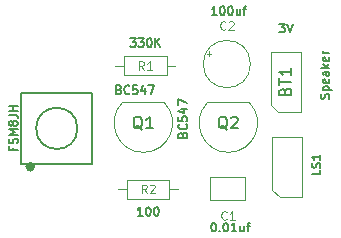
<source format=gbr>
%TF.GenerationSoftware,KiCad,Pcbnew,(5.1.12)-1*%
%TF.CreationDate,2023-08-19T11:40:11+05:30*%
%TF.ProjectId,burglar,62757267-6c61-4722-9e6b-696361645f70,rev?*%
%TF.SameCoordinates,Original*%
%TF.FileFunction,AssemblyDrawing,Top*%
%FSLAX46Y46*%
G04 Gerber Fmt 4.6, Leading zero omitted, Abs format (unit mm)*
G04 Created by KiCad (PCBNEW (5.1.12)-1) date 2023-08-19 11:40:11*
%MOMM*%
%LPD*%
G01*
G04 APERTURE LIST*
%ADD10C,0.400000*%
%ADD11C,0.127000*%
%ADD12C,0.100000*%
%ADD13C,0.150000*%
%ADD14C,0.108000*%
%ADD15C,0.120000*%
%ADD16C,0.090000*%
G04 APERTURE END LIST*
D10*
%TO.C,S1*%
X109350000Y-111700000D02*
G75*
G03*
X109350000Y-111700000I-200000J0D01*
G01*
D11*
X113150000Y-108450000D02*
G75*
G03*
X113150000Y-108450000I-1750000J0D01*
G01*
X108405000Y-105455000D02*
X108405000Y-111445000D01*
X114395000Y-105455000D02*
X108405000Y-105455000D01*
X114395000Y-111445000D02*
X114395000Y-105455000D01*
X108405000Y-111445000D02*
X114395000Y-111445000D01*
D12*
%TO.C,R2*%
X121680000Y-113600000D02*
X120940000Y-113600000D01*
X116600000Y-113600000D02*
X117340000Y-113600000D01*
X120940000Y-112800000D02*
X117340000Y-112800000D01*
X120940000Y-114400000D02*
X120940000Y-112800000D01*
X117340000Y-114400000D02*
X120940000Y-114400000D01*
X117340000Y-112800000D02*
X117340000Y-114400000D01*
%TO.C,R1*%
X116370000Y-103150000D02*
X117110000Y-103150000D01*
X121450000Y-103150000D02*
X120710000Y-103150000D01*
X117110000Y-103950000D02*
X120710000Y-103950000D01*
X117110000Y-102350000D02*
X117110000Y-103950000D01*
X120710000Y-102350000D02*
X117110000Y-102350000D01*
X120710000Y-103950000D02*
X120710000Y-102350000D01*
%TO.C,Q2*%
X127700000Y-106250000D02*
X124200000Y-106250000D01*
X124176375Y-106246375D02*
G75*
G03*
X125930000Y-110480000I1753625J-1753625D01*
G01*
X127683625Y-106246375D02*
G75*
G02*
X125930000Y-110480000I-1753625J-1753625D01*
G01*
%TO.C,Q1*%
X120500000Y-106250000D02*
X117000000Y-106250000D01*
X116976375Y-106246375D02*
G75*
G03*
X118730000Y-110480000I1753625J-1753625D01*
G01*
X120483625Y-106246375D02*
G75*
G02*
X118730000Y-110480000I-1753625J-1753625D01*
G01*
%TO.C,LS1*%
X132170000Y-109190000D02*
X132170000Y-114270000D01*
X129630000Y-109190000D02*
X132170000Y-109190000D01*
X129630000Y-113635000D02*
X129630000Y-109190000D01*
X130265000Y-114270000D02*
X129630000Y-113635000D01*
X132170000Y-114270000D02*
X130265000Y-114270000D01*
%TO.C,C2*%
X127800000Y-103000000D02*
G75*
G03*
X127800000Y-103000000I-2000000J0D01*
G01*
X124097446Y-102132500D02*
X124497446Y-102132500D01*
X124297446Y-101932500D02*
X124297446Y-102332500D01*
%TO.C,C1*%
X127350000Y-114550000D02*
X127350000Y-112550000D01*
X127350000Y-112550000D02*
X124350000Y-112550000D01*
X124350000Y-112550000D02*
X124350000Y-114550000D01*
X124350000Y-114550000D02*
X127350000Y-114550000D01*
%TO.C,BT1*%
X132070000Y-107070000D02*
X130165000Y-107070000D01*
X130165000Y-107070000D02*
X129530000Y-106435000D01*
X129530000Y-106435000D02*
X129530000Y-101990000D01*
X129530000Y-101990000D02*
X132070000Y-101990000D01*
X132070000Y-101990000D02*
X132070000Y-107070000D01*
%TD*%
%TO.C,S1*%
D13*
X107698571Y-110070714D02*
X107698571Y-110310714D01*
X108075714Y-110310714D02*
X107355714Y-110310714D01*
X107355714Y-109967857D01*
X108041428Y-109727857D02*
X108075714Y-109625000D01*
X108075714Y-109453571D01*
X108041428Y-109385000D01*
X108007142Y-109350714D01*
X107938571Y-109316428D01*
X107870000Y-109316428D01*
X107801428Y-109350714D01*
X107767142Y-109385000D01*
X107732857Y-109453571D01*
X107698571Y-109590714D01*
X107664285Y-109659285D01*
X107630000Y-109693571D01*
X107561428Y-109727857D01*
X107492857Y-109727857D01*
X107424285Y-109693571D01*
X107390000Y-109659285D01*
X107355714Y-109590714D01*
X107355714Y-109419285D01*
X107390000Y-109316428D01*
X108075714Y-109007857D02*
X107355714Y-109007857D01*
X107870000Y-108767857D01*
X107355714Y-108527857D01*
X108075714Y-108527857D01*
X107664285Y-108082142D02*
X107630000Y-108150714D01*
X107595714Y-108185000D01*
X107527142Y-108219285D01*
X107492857Y-108219285D01*
X107424285Y-108185000D01*
X107390000Y-108150714D01*
X107355714Y-108082142D01*
X107355714Y-107945000D01*
X107390000Y-107876428D01*
X107424285Y-107842142D01*
X107492857Y-107807857D01*
X107527142Y-107807857D01*
X107595714Y-107842142D01*
X107630000Y-107876428D01*
X107664285Y-107945000D01*
X107664285Y-108082142D01*
X107698571Y-108150714D01*
X107732857Y-108185000D01*
X107801428Y-108219285D01*
X107938571Y-108219285D01*
X108007142Y-108185000D01*
X108041428Y-108150714D01*
X108075714Y-108082142D01*
X108075714Y-107945000D01*
X108041428Y-107876428D01*
X108007142Y-107842142D01*
X107938571Y-107807857D01*
X107801428Y-107807857D01*
X107732857Y-107842142D01*
X107698571Y-107876428D01*
X107664285Y-107945000D01*
X107355714Y-107293571D02*
X107870000Y-107293571D01*
X107972857Y-107327857D01*
X108041428Y-107396428D01*
X108075714Y-107499285D01*
X108075714Y-107567857D01*
X108075714Y-106950714D02*
X107355714Y-106950714D01*
X107698571Y-106950714D02*
X107698571Y-106539285D01*
X108075714Y-106539285D02*
X107355714Y-106539285D01*
%TO.C,R2*%
X118660000Y-115845714D02*
X118248571Y-115845714D01*
X118454285Y-115845714D02*
X118454285Y-115125714D01*
X118385714Y-115228571D01*
X118317142Y-115297142D01*
X118248571Y-115331428D01*
X119105714Y-115125714D02*
X119174285Y-115125714D01*
X119242857Y-115160000D01*
X119277142Y-115194285D01*
X119311428Y-115262857D01*
X119345714Y-115400000D01*
X119345714Y-115571428D01*
X119311428Y-115708571D01*
X119277142Y-115777142D01*
X119242857Y-115811428D01*
X119174285Y-115845714D01*
X119105714Y-115845714D01*
X119037142Y-115811428D01*
X119002857Y-115777142D01*
X118968571Y-115708571D01*
X118934285Y-115571428D01*
X118934285Y-115400000D01*
X118968571Y-115262857D01*
X119002857Y-115194285D01*
X119037142Y-115160000D01*
X119105714Y-115125714D01*
X119791428Y-115125714D02*
X119860000Y-115125714D01*
X119928571Y-115160000D01*
X119962857Y-115194285D01*
X119997142Y-115262857D01*
X120031428Y-115400000D01*
X120031428Y-115571428D01*
X119997142Y-115708571D01*
X119962857Y-115777142D01*
X119928571Y-115811428D01*
X119860000Y-115845714D01*
X119791428Y-115845714D01*
X119722857Y-115811428D01*
X119688571Y-115777142D01*
X119654285Y-115708571D01*
X119620000Y-115571428D01*
X119620000Y-115400000D01*
X119654285Y-115262857D01*
X119688571Y-115194285D01*
X119722857Y-115160000D01*
X119791428Y-115125714D01*
D14*
X119020000Y-113925714D02*
X118780000Y-113582857D01*
X118608571Y-113925714D02*
X118608571Y-113205714D01*
X118882857Y-113205714D01*
X118951428Y-113240000D01*
X118985714Y-113274285D01*
X119020000Y-113342857D01*
X119020000Y-113445714D01*
X118985714Y-113514285D01*
X118951428Y-113548571D01*
X118882857Y-113582857D01*
X118608571Y-113582857D01*
X119294285Y-113274285D02*
X119328571Y-113240000D01*
X119397142Y-113205714D01*
X119568571Y-113205714D01*
X119637142Y-113240000D01*
X119671428Y-113274285D01*
X119705714Y-113342857D01*
X119705714Y-113411428D01*
X119671428Y-113514285D01*
X119260000Y-113925714D01*
X119705714Y-113925714D01*
%TO.C,R1*%
D13*
X117624285Y-100835714D02*
X118070000Y-100835714D01*
X117830000Y-101110000D01*
X117932857Y-101110000D01*
X118001428Y-101144285D01*
X118035714Y-101178571D01*
X118070000Y-101247142D01*
X118070000Y-101418571D01*
X118035714Y-101487142D01*
X118001428Y-101521428D01*
X117932857Y-101555714D01*
X117727142Y-101555714D01*
X117658571Y-101521428D01*
X117624285Y-101487142D01*
X118310000Y-100835714D02*
X118755714Y-100835714D01*
X118515714Y-101110000D01*
X118618571Y-101110000D01*
X118687142Y-101144285D01*
X118721428Y-101178571D01*
X118755714Y-101247142D01*
X118755714Y-101418571D01*
X118721428Y-101487142D01*
X118687142Y-101521428D01*
X118618571Y-101555714D01*
X118412857Y-101555714D01*
X118344285Y-101521428D01*
X118310000Y-101487142D01*
X119201428Y-100835714D02*
X119270000Y-100835714D01*
X119338571Y-100870000D01*
X119372857Y-100904285D01*
X119407142Y-100972857D01*
X119441428Y-101110000D01*
X119441428Y-101281428D01*
X119407142Y-101418571D01*
X119372857Y-101487142D01*
X119338571Y-101521428D01*
X119270000Y-101555714D01*
X119201428Y-101555714D01*
X119132857Y-101521428D01*
X119098571Y-101487142D01*
X119064285Y-101418571D01*
X119030000Y-101281428D01*
X119030000Y-101110000D01*
X119064285Y-100972857D01*
X119098571Y-100904285D01*
X119132857Y-100870000D01*
X119201428Y-100835714D01*
X119750000Y-101555714D02*
X119750000Y-100835714D01*
X120161428Y-101555714D02*
X119852857Y-101144285D01*
X120161428Y-100835714D02*
X119750000Y-101247142D01*
D14*
X118790000Y-103475714D02*
X118550000Y-103132857D01*
X118378571Y-103475714D02*
X118378571Y-102755714D01*
X118652857Y-102755714D01*
X118721428Y-102790000D01*
X118755714Y-102824285D01*
X118790000Y-102892857D01*
X118790000Y-102995714D01*
X118755714Y-103064285D01*
X118721428Y-103098571D01*
X118652857Y-103132857D01*
X118378571Y-103132857D01*
X119475714Y-103475714D02*
X119064285Y-103475714D01*
X119270000Y-103475714D02*
X119270000Y-102755714D01*
X119201428Y-102858571D01*
X119132857Y-102927142D01*
X119064285Y-102961428D01*
%TO.C,Q2*%
D13*
X122048571Y-108987142D02*
X122082857Y-108884285D01*
X122117142Y-108850000D01*
X122185714Y-108815714D01*
X122288571Y-108815714D01*
X122357142Y-108850000D01*
X122391428Y-108884285D01*
X122425714Y-108952857D01*
X122425714Y-109227142D01*
X121705714Y-109227142D01*
X121705714Y-108987142D01*
X121740000Y-108918571D01*
X121774285Y-108884285D01*
X121842857Y-108850000D01*
X121911428Y-108850000D01*
X121980000Y-108884285D01*
X122014285Y-108918571D01*
X122048571Y-108987142D01*
X122048571Y-109227142D01*
X122357142Y-108095714D02*
X122391428Y-108130000D01*
X122425714Y-108232857D01*
X122425714Y-108301428D01*
X122391428Y-108404285D01*
X122322857Y-108472857D01*
X122254285Y-108507142D01*
X122117142Y-108541428D01*
X122014285Y-108541428D01*
X121877142Y-108507142D01*
X121808571Y-108472857D01*
X121740000Y-108404285D01*
X121705714Y-108301428D01*
X121705714Y-108232857D01*
X121740000Y-108130000D01*
X121774285Y-108095714D01*
X121705714Y-107444285D02*
X121705714Y-107787142D01*
X122048571Y-107821428D01*
X122014285Y-107787142D01*
X121980000Y-107718571D01*
X121980000Y-107547142D01*
X122014285Y-107478571D01*
X122048571Y-107444285D01*
X122117142Y-107410000D01*
X122288571Y-107410000D01*
X122357142Y-107444285D01*
X122391428Y-107478571D01*
X122425714Y-107547142D01*
X122425714Y-107718571D01*
X122391428Y-107787142D01*
X122357142Y-107821428D01*
X121945714Y-106792857D02*
X122425714Y-106792857D01*
X121671428Y-106964285D02*
X122185714Y-107135714D01*
X122185714Y-106690000D01*
X121705714Y-106484285D02*
X121705714Y-106004285D01*
X122425714Y-106312857D01*
X125834761Y-108547619D02*
X125739523Y-108500000D01*
X125644285Y-108404761D01*
X125501428Y-108261904D01*
X125406190Y-108214285D01*
X125310952Y-108214285D01*
X125358571Y-108452380D02*
X125263333Y-108404761D01*
X125168095Y-108309523D01*
X125120476Y-108119047D01*
X125120476Y-107785714D01*
X125168095Y-107595238D01*
X125263333Y-107500000D01*
X125358571Y-107452380D01*
X125549047Y-107452380D01*
X125644285Y-107500000D01*
X125739523Y-107595238D01*
X125787142Y-107785714D01*
X125787142Y-108119047D01*
X125739523Y-108309523D01*
X125644285Y-108404761D01*
X125549047Y-108452380D01*
X125358571Y-108452380D01*
X126168095Y-107547619D02*
X126215714Y-107500000D01*
X126310952Y-107452380D01*
X126549047Y-107452380D01*
X126644285Y-107500000D01*
X126691904Y-107547619D01*
X126739523Y-107642857D01*
X126739523Y-107738095D01*
X126691904Y-107880952D01*
X126120476Y-108452380D01*
X126739523Y-108452380D01*
%TO.C,Q1*%
X116662857Y-105158571D02*
X116765714Y-105192857D01*
X116800000Y-105227142D01*
X116834285Y-105295714D01*
X116834285Y-105398571D01*
X116800000Y-105467142D01*
X116765714Y-105501428D01*
X116697142Y-105535714D01*
X116422857Y-105535714D01*
X116422857Y-104815714D01*
X116662857Y-104815714D01*
X116731428Y-104850000D01*
X116765714Y-104884285D01*
X116800000Y-104952857D01*
X116800000Y-105021428D01*
X116765714Y-105090000D01*
X116731428Y-105124285D01*
X116662857Y-105158571D01*
X116422857Y-105158571D01*
X117554285Y-105467142D02*
X117520000Y-105501428D01*
X117417142Y-105535714D01*
X117348571Y-105535714D01*
X117245714Y-105501428D01*
X117177142Y-105432857D01*
X117142857Y-105364285D01*
X117108571Y-105227142D01*
X117108571Y-105124285D01*
X117142857Y-104987142D01*
X117177142Y-104918571D01*
X117245714Y-104850000D01*
X117348571Y-104815714D01*
X117417142Y-104815714D01*
X117520000Y-104850000D01*
X117554285Y-104884285D01*
X118205714Y-104815714D02*
X117862857Y-104815714D01*
X117828571Y-105158571D01*
X117862857Y-105124285D01*
X117931428Y-105090000D01*
X118102857Y-105090000D01*
X118171428Y-105124285D01*
X118205714Y-105158571D01*
X118240000Y-105227142D01*
X118240000Y-105398571D01*
X118205714Y-105467142D01*
X118171428Y-105501428D01*
X118102857Y-105535714D01*
X117931428Y-105535714D01*
X117862857Y-105501428D01*
X117828571Y-105467142D01*
X118857142Y-105055714D02*
X118857142Y-105535714D01*
X118685714Y-104781428D02*
X118514285Y-105295714D01*
X118960000Y-105295714D01*
X119165714Y-104815714D02*
X119645714Y-104815714D01*
X119337142Y-105535714D01*
X118634761Y-108547619D02*
X118539523Y-108500000D01*
X118444285Y-108404761D01*
X118301428Y-108261904D01*
X118206190Y-108214285D01*
X118110952Y-108214285D01*
X118158571Y-108452380D02*
X118063333Y-108404761D01*
X117968095Y-108309523D01*
X117920476Y-108119047D01*
X117920476Y-107785714D01*
X117968095Y-107595238D01*
X118063333Y-107500000D01*
X118158571Y-107452380D01*
X118349047Y-107452380D01*
X118444285Y-107500000D01*
X118539523Y-107595238D01*
X118587142Y-107785714D01*
X118587142Y-108119047D01*
X118539523Y-108309523D01*
X118444285Y-108404761D01*
X118349047Y-108452380D01*
X118158571Y-108452380D01*
X119539523Y-108452380D02*
X118968095Y-108452380D01*
X119253809Y-108452380D02*
X119253809Y-107452380D01*
X119158571Y-107595238D01*
X119063333Y-107690476D01*
X118968095Y-107738095D01*
%TO.C,LS1*%
X134416428Y-105938571D02*
X134450714Y-105835714D01*
X134450714Y-105664285D01*
X134416428Y-105595714D01*
X134382142Y-105561428D01*
X134313571Y-105527142D01*
X134245000Y-105527142D01*
X134176428Y-105561428D01*
X134142142Y-105595714D01*
X134107857Y-105664285D01*
X134073571Y-105801428D01*
X134039285Y-105870000D01*
X134005000Y-105904285D01*
X133936428Y-105938571D01*
X133867857Y-105938571D01*
X133799285Y-105904285D01*
X133765000Y-105870000D01*
X133730714Y-105801428D01*
X133730714Y-105630000D01*
X133765000Y-105527142D01*
X133970714Y-105218571D02*
X134690714Y-105218571D01*
X134005000Y-105218571D02*
X133970714Y-105150000D01*
X133970714Y-105012857D01*
X134005000Y-104944285D01*
X134039285Y-104910000D01*
X134107857Y-104875714D01*
X134313571Y-104875714D01*
X134382142Y-104910000D01*
X134416428Y-104944285D01*
X134450714Y-105012857D01*
X134450714Y-105150000D01*
X134416428Y-105218571D01*
X134416428Y-104292857D02*
X134450714Y-104361428D01*
X134450714Y-104498571D01*
X134416428Y-104567142D01*
X134347857Y-104601428D01*
X134073571Y-104601428D01*
X134005000Y-104567142D01*
X133970714Y-104498571D01*
X133970714Y-104361428D01*
X134005000Y-104292857D01*
X134073571Y-104258571D01*
X134142142Y-104258571D01*
X134210714Y-104601428D01*
X134450714Y-103641428D02*
X134073571Y-103641428D01*
X134005000Y-103675714D01*
X133970714Y-103744285D01*
X133970714Y-103881428D01*
X134005000Y-103950000D01*
X134416428Y-103641428D02*
X134450714Y-103710000D01*
X134450714Y-103881428D01*
X134416428Y-103950000D01*
X134347857Y-103984285D01*
X134279285Y-103984285D01*
X134210714Y-103950000D01*
X134176428Y-103881428D01*
X134176428Y-103710000D01*
X134142142Y-103641428D01*
X134450714Y-103298571D02*
X133730714Y-103298571D01*
X134176428Y-103230000D02*
X134450714Y-103024285D01*
X133970714Y-103024285D02*
X134245000Y-103298571D01*
X134416428Y-102441428D02*
X134450714Y-102510000D01*
X134450714Y-102647142D01*
X134416428Y-102715714D01*
X134347857Y-102750000D01*
X134073571Y-102750000D01*
X134005000Y-102715714D01*
X133970714Y-102647142D01*
X133970714Y-102510000D01*
X134005000Y-102441428D01*
X134073571Y-102407142D01*
X134142142Y-102407142D01*
X134210714Y-102750000D01*
X134450714Y-102098571D02*
X133970714Y-102098571D01*
X134107857Y-102098571D02*
X134039285Y-102064285D01*
X134005000Y-102030000D01*
X133970714Y-101961428D01*
X133970714Y-101892857D01*
X133725714Y-111987857D02*
X133725714Y-112330714D01*
X133005714Y-112330714D01*
X133691428Y-111782142D02*
X133725714Y-111679285D01*
X133725714Y-111507857D01*
X133691428Y-111439285D01*
X133657142Y-111405000D01*
X133588571Y-111370714D01*
X133520000Y-111370714D01*
X133451428Y-111405000D01*
X133417142Y-111439285D01*
X133382857Y-111507857D01*
X133348571Y-111645000D01*
X133314285Y-111713571D01*
X133280000Y-111747857D01*
X133211428Y-111782142D01*
X133142857Y-111782142D01*
X133074285Y-111747857D01*
X133040000Y-111713571D01*
X133005714Y-111645000D01*
X133005714Y-111473571D01*
X133040000Y-111370714D01*
X133725714Y-110685000D02*
X133725714Y-111096428D01*
X133725714Y-110890714D02*
X133005714Y-110890714D01*
X133108571Y-110959285D01*
X133177142Y-111027857D01*
X133211428Y-111096428D01*
%TO.C,C2*%
X124938571Y-98850714D02*
X124527142Y-98850714D01*
X124732857Y-98850714D02*
X124732857Y-98130714D01*
X124664285Y-98233571D01*
X124595714Y-98302142D01*
X124527142Y-98336428D01*
X125384285Y-98130714D02*
X125452857Y-98130714D01*
X125521428Y-98165000D01*
X125555714Y-98199285D01*
X125590000Y-98267857D01*
X125624285Y-98405000D01*
X125624285Y-98576428D01*
X125590000Y-98713571D01*
X125555714Y-98782142D01*
X125521428Y-98816428D01*
X125452857Y-98850714D01*
X125384285Y-98850714D01*
X125315714Y-98816428D01*
X125281428Y-98782142D01*
X125247142Y-98713571D01*
X125212857Y-98576428D01*
X125212857Y-98405000D01*
X125247142Y-98267857D01*
X125281428Y-98199285D01*
X125315714Y-98165000D01*
X125384285Y-98130714D01*
X126070000Y-98130714D02*
X126138571Y-98130714D01*
X126207142Y-98165000D01*
X126241428Y-98199285D01*
X126275714Y-98267857D01*
X126310000Y-98405000D01*
X126310000Y-98576428D01*
X126275714Y-98713571D01*
X126241428Y-98782142D01*
X126207142Y-98816428D01*
X126138571Y-98850714D01*
X126070000Y-98850714D01*
X126001428Y-98816428D01*
X125967142Y-98782142D01*
X125932857Y-98713571D01*
X125898571Y-98576428D01*
X125898571Y-98405000D01*
X125932857Y-98267857D01*
X125967142Y-98199285D01*
X126001428Y-98165000D01*
X126070000Y-98130714D01*
X126927142Y-98370714D02*
X126927142Y-98850714D01*
X126618571Y-98370714D02*
X126618571Y-98747857D01*
X126652857Y-98816428D01*
X126721428Y-98850714D01*
X126824285Y-98850714D01*
X126892857Y-98816428D01*
X126927142Y-98782142D01*
X127167142Y-98370714D02*
X127441428Y-98370714D01*
X127270000Y-98850714D02*
X127270000Y-98233571D01*
X127304285Y-98165000D01*
X127372857Y-98130714D01*
X127441428Y-98130714D01*
D15*
X125680000Y-100032142D02*
X125645714Y-100066428D01*
X125542857Y-100100714D01*
X125474285Y-100100714D01*
X125371428Y-100066428D01*
X125302857Y-99997857D01*
X125268571Y-99929285D01*
X125234285Y-99792142D01*
X125234285Y-99689285D01*
X125268571Y-99552142D01*
X125302857Y-99483571D01*
X125371428Y-99415000D01*
X125474285Y-99380714D01*
X125542857Y-99380714D01*
X125645714Y-99415000D01*
X125680000Y-99449285D01*
X125954285Y-99449285D02*
X125988571Y-99415000D01*
X126057142Y-99380714D01*
X126228571Y-99380714D01*
X126297142Y-99415000D01*
X126331428Y-99449285D01*
X126365714Y-99517857D01*
X126365714Y-99586428D01*
X126331428Y-99689285D01*
X125920000Y-100100714D01*
X126365714Y-100100714D01*
%TO.C,C1*%
D13*
X124652142Y-116455714D02*
X124720714Y-116455714D01*
X124789285Y-116490000D01*
X124823571Y-116524285D01*
X124857857Y-116592857D01*
X124892142Y-116730000D01*
X124892142Y-116901428D01*
X124857857Y-117038571D01*
X124823571Y-117107142D01*
X124789285Y-117141428D01*
X124720714Y-117175714D01*
X124652142Y-117175714D01*
X124583571Y-117141428D01*
X124549285Y-117107142D01*
X124515000Y-117038571D01*
X124480714Y-116901428D01*
X124480714Y-116730000D01*
X124515000Y-116592857D01*
X124549285Y-116524285D01*
X124583571Y-116490000D01*
X124652142Y-116455714D01*
X125200714Y-117107142D02*
X125235000Y-117141428D01*
X125200714Y-117175714D01*
X125166428Y-117141428D01*
X125200714Y-117107142D01*
X125200714Y-117175714D01*
X125680714Y-116455714D02*
X125749285Y-116455714D01*
X125817857Y-116490000D01*
X125852142Y-116524285D01*
X125886428Y-116592857D01*
X125920714Y-116730000D01*
X125920714Y-116901428D01*
X125886428Y-117038571D01*
X125852142Y-117107142D01*
X125817857Y-117141428D01*
X125749285Y-117175714D01*
X125680714Y-117175714D01*
X125612142Y-117141428D01*
X125577857Y-117107142D01*
X125543571Y-117038571D01*
X125509285Y-116901428D01*
X125509285Y-116730000D01*
X125543571Y-116592857D01*
X125577857Y-116524285D01*
X125612142Y-116490000D01*
X125680714Y-116455714D01*
X126606428Y-117175714D02*
X126195000Y-117175714D01*
X126400714Y-117175714D02*
X126400714Y-116455714D01*
X126332142Y-116558571D01*
X126263571Y-116627142D01*
X126195000Y-116661428D01*
X127223571Y-116695714D02*
X127223571Y-117175714D01*
X126915000Y-116695714D02*
X126915000Y-117072857D01*
X126949285Y-117141428D01*
X127017857Y-117175714D01*
X127120714Y-117175714D01*
X127189285Y-117141428D01*
X127223571Y-117107142D01*
X127463571Y-116695714D02*
X127737857Y-116695714D01*
X127566428Y-117175714D02*
X127566428Y-116558571D01*
X127600714Y-116490000D01*
X127669285Y-116455714D01*
X127737857Y-116455714D01*
D16*
X125780000Y-116107142D02*
X125745714Y-116141428D01*
X125642857Y-116175714D01*
X125574285Y-116175714D01*
X125471428Y-116141428D01*
X125402857Y-116072857D01*
X125368571Y-116004285D01*
X125334285Y-115867142D01*
X125334285Y-115764285D01*
X125368571Y-115627142D01*
X125402857Y-115558571D01*
X125471428Y-115490000D01*
X125574285Y-115455714D01*
X125642857Y-115455714D01*
X125745714Y-115490000D01*
X125780000Y-115524285D01*
X126465714Y-116175714D02*
X126054285Y-116175714D01*
X126260000Y-116175714D02*
X126260000Y-115455714D01*
X126191428Y-115558571D01*
X126122857Y-115627142D01*
X126054285Y-115661428D01*
%TO.C,BT1*%
D13*
X130251428Y-99605714D02*
X130697142Y-99605714D01*
X130457142Y-99880000D01*
X130560000Y-99880000D01*
X130628571Y-99914285D01*
X130662857Y-99948571D01*
X130697142Y-100017142D01*
X130697142Y-100188571D01*
X130662857Y-100257142D01*
X130628571Y-100291428D01*
X130560000Y-100325714D01*
X130354285Y-100325714D01*
X130285714Y-100291428D01*
X130251428Y-100257142D01*
X130902857Y-99605714D02*
X131142857Y-100325714D01*
X131382857Y-99605714D01*
X130728571Y-105315714D02*
X130776190Y-105172857D01*
X130823809Y-105125238D01*
X130919047Y-105077619D01*
X131061904Y-105077619D01*
X131157142Y-105125238D01*
X131204761Y-105172857D01*
X131252380Y-105268095D01*
X131252380Y-105649047D01*
X130252380Y-105649047D01*
X130252380Y-105315714D01*
X130300000Y-105220476D01*
X130347619Y-105172857D01*
X130442857Y-105125238D01*
X130538095Y-105125238D01*
X130633333Y-105172857D01*
X130680952Y-105220476D01*
X130728571Y-105315714D01*
X130728571Y-105649047D01*
X130252380Y-104791904D02*
X130252380Y-104220476D01*
X131252380Y-104506190D02*
X130252380Y-104506190D01*
X131252380Y-103363333D02*
X131252380Y-103934761D01*
X131252380Y-103649047D02*
X130252380Y-103649047D01*
X130395238Y-103744285D01*
X130490476Y-103839523D01*
X130538095Y-103934761D01*
%TD*%
M02*

</source>
